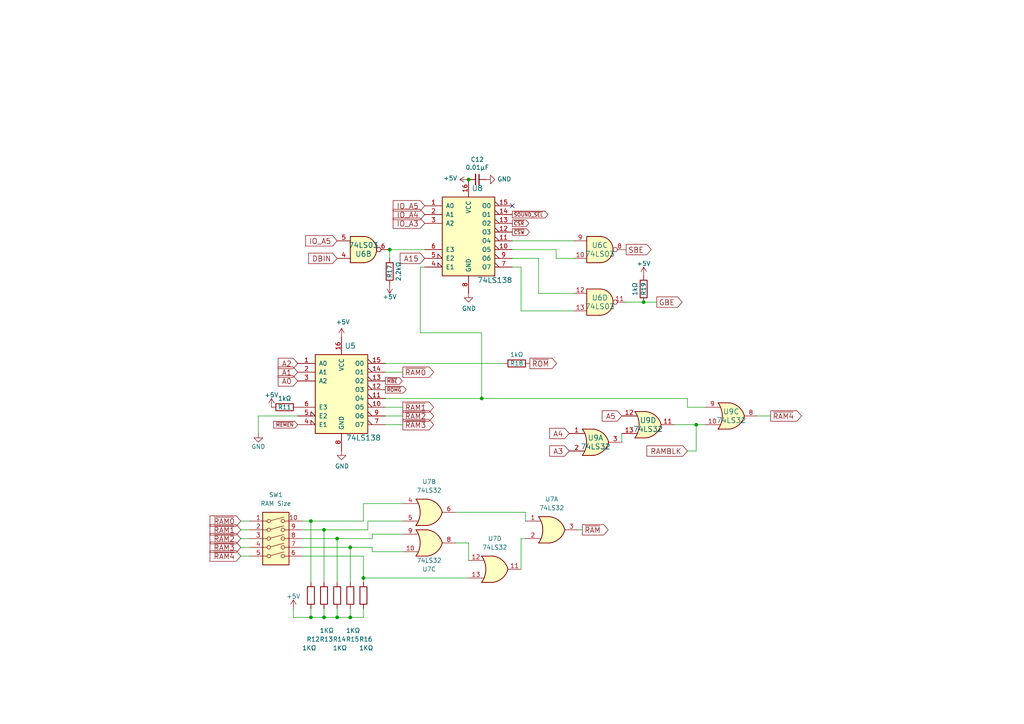
<source format=kicad_sch>
(kicad_sch (version 20211123) (generator eeschema)
  (paper "A4")
  (title_block (title "TI-99/22") (date "2022-06-23") (rev "0.75") (company "Dan Werner - https://github.com/danwerner21/ti99_22") (comment 1 "Address Decoding") (comment 3 "was based on the HackMac KiCAD Design") (comment 4 "Based Robert Krenicki's design which") (comment 5 "Original - https://github.com/rkrenicki/TI99-Motherboard"))
  (lib_symbols
    (symbol "74xx:74LS03" (pin_names (offset 1.016))
      (property "Reference" "U" (at 0 1.27 0))
      (property "Value" "74LS03" (at 0 -1.27 0))
      (symbol "74LS03_1_1"
        (arc (start 0 -3.81) (mid 3.81 0) (end 0 3.81) (stroke (width 0.254)) (fill (type background)))
        (polyline (pts (xy 0 3.81) (xy -3.81 3.81) (xy -3.81 -3.81) (xy 0 -3.81)) (stroke (width 0.254)) (fill (type background)))
        (pin input line (at -7.62 2.54 0) (length 3.81) (name "~") (number "1"))
        (pin input line (at -7.62 -2.54 0) (length 3.81) (name "~") (number "2"))
        (pin open_collector inverted (at 7.62 0 180) (length 3.81) (name "~") (number "3"))
      )
      (symbol "74LS03_1_2"
        (arc (start -3.81 -3.81) (mid -2.589 0) (end -3.81 3.81) (stroke (width 0.254)))
        (arc (start -0.6096 -3.81) (mid 2.1855 -2.584) (end 3.81 0) (stroke (width 0.254)) (fill (type background)))
        (polyline (pts (xy -3.81 -3.81) (xy -0.635 -3.81)) (stroke (width 0.254)) (fill (type background)))
        (polyline (pts (xy -3.81 3.81) (xy -0.635 3.81)) (stroke (width 0.254)) (fill (type background)))
        (polyline (pts (xy -0.635 3.81) (xy -3.81 3.81) (xy -3.81 3.81) (xy -3.556 3.4036) (xy -3.0226 2.2606) (xy -2.6924 1.0414) (xy -2.6162 -0.254) (xy -2.7686 -1.4986) (xy -3.175 -2.7178) (xy -3.81 -3.81) (xy -3.81 -3.81) (xy -0.635 -3.81)) (stroke (width -25.4)) (fill (type background)))
        (arc (start 3.81 0) (mid 2.1928 2.5925) (end -0.6096 3.81) (stroke (width 0.254)) (fill (type background)))
        (pin input inverted (at -7.62 2.54 0) (length 4.318) (name "~") (number "1"))
        (pin input inverted (at -7.62 -2.54 0) (length 4.318) (name "~") (number "2"))
        (pin open_collector line (at 7.62 0 180) (length 3.81) (name "~") (number "3"))
      )
      (symbol "74LS03_2_1"
        (arc (start 0 -3.81) (mid 3.81 0) (end 0 3.81) (stroke (width 0.254)) (fill (type background)))
        (polyline (pts (xy 0 3.81) (xy -3.81 3.81) (xy -3.81 -3.81) (xy 0 -3.81)) (stroke (width 0.254)) (fill (type background)))
        (pin input line (at -7.62 2.54 0) (length 3.81) (name "~") (number "4"))
        (pin input line (at -7.62 -2.54 0) (length 3.81) (name "~") (number "5"))
        (pin open_collector inverted (at 7.62 0 180) (length 3.81) (name "~") (number "6"))
      )
      (symbol "74LS03_2_2"
        (arc (start -3.81 -3.81) (mid -2.589 0) (end -3.81 3.81) (stroke (width 0.254)))
        (arc (start -0.6096 -3.81) (mid 2.1855 -2.584) (end 3.81 0) (stroke (width 0.254)) (fill (type background)))
        (polyline (pts (xy -3.81 -3.81) (xy -0.635 -3.81)) (stroke (width 0.254)) (fill (type background)))
        (polyline (pts (xy -3.81 3.81) (xy -0.635 3.81)) (stroke (width 0.254)) (fill (type background)))
        (polyline (pts (xy -0.635 3.81) (xy -3.81 3.81) (xy -3.81 3.81) (xy -3.556 3.4036) (xy -3.0226 2.2606) (xy -2.6924 1.0414) (xy -2.6162 -0.254) (xy -2.7686 -1.4986) (xy -3.175 -2.7178) (xy -3.81 -3.81) (xy -3.81 -3.81) (xy -0.635 -3.81)) (stroke (width -25.4)) (fill (type background)))
        (arc (start 3.81 0) (mid 2.1928 2.5925) (end -0.6096 3.81) (stroke (width 0.254)) (fill (type background)))
        (pin input inverted (at -7.62 2.54 0) (length 4.318) (name "~") (number "4"))
        (pin input inverted (at -7.62 -2.54 0) (length 4.318) (name "~") (number "5"))
        (pin open_collector line (at 7.62 0 180) (length 3.81) (name "~") (number "6"))
      )
      (symbol "74LS03_3_1"
        (arc (start 0 -3.81) (mid 3.81 0) (end 0 3.81) (stroke (width 0.254)) (fill (type background)))
        (polyline (pts (xy 0 3.81) (xy -3.81 3.81) (xy -3.81 -3.81) (xy 0 -3.81)) (stroke (width 0.254)) (fill (type background)))
        (pin input line (at -7.62 -2.54 0) (length 3.81) (name "~") (number "10"))
        (pin open_collector inverted (at 7.62 0 180) (length 3.81) (name "~") (number "8"))
        (pin input line (at -7.62 2.54 0) (length 3.81) (name "~") (number "9"))
      )
      (symbol "74LS03_3_2"
        (arc (start -3.81 -3.81) (mid -2.589 0) (end -3.81 3.81) (stroke (width 0.254)))
        (arc (start -0.6096 -3.81) (mid 2.1855 -2.584) (end 3.81 0) (stroke (width 0.254)) (fill (type background)))
        (polyline (pts (xy -3.81 -3.81) (xy -0.635 -3.81)) (stroke (width 0.254)) (fill (type background)))
        (polyline (pts (xy -3.81 3.81) (xy -0.635 3.81)) (stroke (width 0.254)) (fill (type background)))
        (polyline (pts (xy -0.635 3.81) (xy -3.81 3.81) (xy -3.81 3.81) (xy -3.556 3.4036) (xy -3.0226 2.2606) (xy -2.6924 1.0414) (xy -2.6162 -0.254) (xy -2.7686 -1.4986) (xy -3.175 -2.7178) (xy -3.81 -3.81) (xy -3.81 -3.81) (xy -0.635 -3.81)) (stroke (width -25.4)) (fill (type background)))
        (arc (start 3.81 0) (mid 2.1928 2.5925) (end -0.6096 3.81) (stroke (width 0.254)) (fill (type background)))
        (pin input inverted (at -7.62 -2.54 0) (length 4.318) (name "~") (number "10"))
        (pin open_collector line (at 7.62 0 180) (length 3.81) (name "~") (number "8"))
        (pin input inverted (at -7.62 2.54 0) (length 4.318) (name "~") (number "9"))
      )
      (symbol "74LS03_4_1"
        (arc (start 0 -3.81) (mid 3.81 0) (end 0 3.81) (stroke (width 0.254)) (fill (type background)))
        (polyline (pts (xy 0 3.81) (xy -3.81 3.81) (xy -3.81 -3.81) (xy 0 -3.81)) (stroke (width 0.254)) (fill (type background)))
        (pin open_collector inverted (at 7.62 0 180) (length 3.81) (name "~") (number "11"))
        (pin input line (at -7.62 2.54 0) (length 3.81) (name "~") (number "12"))
        (pin input line (at -7.62 -2.54 0) (length 3.81) (name "~") (number "13"))
      )
      (symbol "74LS03_4_2"
        (arc (start -3.81 -3.81) (mid -2.589 0) (end -3.81 3.81) (stroke (width 0.254)))
        (arc (start -0.6096 -3.81) (mid 2.1855 -2.584) (end 3.81 0) (stroke (width 0.254)) (fill (type background)))
        (polyline (pts (xy -3.81 -3.81) (xy -0.635 -3.81)) (stroke (width 0.254)) (fill (type background)))
        (polyline (pts (xy -3.81 3.81) (xy -0.635 3.81)) (stroke (width 0.254)) (fill (type background)))
        (polyline (pts (xy -0.635 3.81) (xy -3.81 3.81) (xy -3.81 3.81) (xy -3.556 3.4036) (xy -3.0226 2.2606) (xy -2.6924 1.0414) (xy -2.6162 -0.254) (xy -2.7686 -1.4986) (xy -3.175 -2.7178) (xy -3.81 -3.81) (xy -3.81 -3.81) (xy -0.635 -3.81)) (stroke (width -25.4)) (fill (type background)))
        (arc (start 3.81 0) (mid 2.1928 2.5925) (end -0.6096 3.81) (stroke (width 0.254)) (fill (type background)))
        (pin open_collector line (at 7.62 0 180) (length 3.81) (name "~") (number "11"))
        (pin input inverted (at -7.62 2.54 0) (length 4.318) (name "~") (number "12"))
        (pin input inverted (at -7.62 -2.54 0) (length 4.318) (name "~") (number "13"))
      )
      (symbol "74LS03_5_0"
        (pin power_in line (at 0 12.7 270) (length 5.08) (name "VCC") (number "14"))
        (pin power_in line (at 0 -12.7 90) (length 5.08) (name "GND") (number "7"))
      )
      (symbol "74LS03_5_1"
        (rectangle (start -5.08 7.62) (end 5.08 -7.62) (stroke (width 0.254)) (fill (type background)))
      )
    )
    (symbol "74xx:74LS138" (pin_names (offset 1.016))
      (property "Reference" "U" (at -7.62 11.43 0))
      (property "Value" "74LS138" (at -7.62 -13.97 0))
      (symbol "74LS138_1_0"
        (pin input line (at -12.7 7.62 0) (length 5.08) (name "A0") (number "1"))
        (pin output output_low (at 12.7 -5.08 180) (length 5.08) (name "O5") (number "10"))
        (pin output output_low (at 12.7 -2.54 180) (length 5.08) (name "O4") (number "11"))
        (pin output output_low (at 12.7 0 180) (length 5.08) (name "O3") (number "12"))
        (pin output output_low (at 12.7 2.54 180) (length 5.08) (name "O2") (number "13"))
        (pin output output_low (at 12.7 5.08 180) (length 5.08) (name "O1") (number "14"))
        (pin output output_low (at 12.7 7.62 180) (length 5.08) (name "O0") (number "15"))
        (pin power_in line (at 0 15.24 270) (length 5.08) (name "VCC") (number "16"))
        (pin input line (at -12.7 5.08 0) (length 5.08) (name "A1") (number "2"))
        (pin input line (at -12.7 2.54 0) (length 5.08) (name "A2") (number "3"))
        (pin input input_low (at -12.7 -10.16 0) (length 5.08) (name "E1") (number "4"))
        (pin input input_low (at -12.7 -7.62 0) (length 5.08) (name "E2") (number "5"))
        (pin input line (at -12.7 -5.08 0) (length 5.08) (name "E3") (number "6"))
        (pin output output_low (at 12.7 -10.16 180) (length 5.08) (name "O7") (number "7"))
        (pin power_in line (at 0 -17.78 90) (length 5.08) (name "GND") (number "8"))
        (pin output output_low (at 12.7 -7.62 180) (length 5.08) (name "O6") (number "9"))
      )
      (symbol "74LS138_1_1"
        (rectangle (start -7.62 10.16) (end 7.62 -12.7) (stroke (width 0.254)) (fill (type background)))
      )
    )
    (symbol "74xx:74LS32" (pin_names (offset 1.016))
      (property "Reference" "U" (at 0 1.27 0))
      (property "Value" "74LS32" (at 0 -1.27 0))
      (symbol "74LS32_1_1"
        (arc (start -3.81 -3.81) (mid -2.589 0) (end -3.81 3.81) (stroke (width 0.254)))
        (arc (start -0.6096 -3.81) (mid 2.1855 -2.584) (end 3.81 0) (stroke (width 0.254)) (fill (type background)))
        (polyline (pts (xy -3.81 -3.81) (xy -0.635 -3.81)) (stroke (width 0.254)) (fill (type background)))
        (polyline (pts (xy -3.81 3.81) (xy -0.635 3.81)) (stroke (width 0.254)) (fill (type background)))
        (polyline (pts (xy -0.635 3.81) (xy -3.81 3.81) (xy -3.81 3.81) (xy -3.556 3.4036) (xy -3.0226 2.2606) (xy -2.6924 1.0414) (xy -2.6162 -0.254) (xy -2.7686 -1.4986) (xy -3.175 -2.7178) (xy -3.81 -3.81) (xy -3.81 -3.81) (xy -0.635 -3.81)) (stroke (width -25.4)) (fill (type background)))
        (arc (start 3.81 0) (mid 2.1928 2.5925) (end -0.6096 3.81) (stroke (width 0.254)) (fill (type background)))
        (pin input line (at -7.62 2.54 0) (length 4.318) (name "~") (number "1"))
        (pin input line (at -7.62 -2.54 0) (length 4.318) (name "~") (number "2"))
        (pin output line (at 7.62 0 180) (length 3.81) (name "~") (number "3"))
      )
      (symbol "74LS32_1_2"
        (arc (start 0 -3.81) (mid 3.81 0) (end 0 3.81) (stroke (width 0.254)) (fill (type background)))
        (polyline (pts (xy 0 3.81) (xy -3.81 3.81) (xy -3.81 -3.81) (xy 0 -3.81)) (stroke (width 0.254)) (fill (type background)))
        (pin input inverted (at -7.62 2.54 0) (length 3.81) (name "~") (number "1"))
        (pin input inverted (at -7.62 -2.54 0) (length 3.81) (name "~") (number "2"))
        (pin output inverted (at 7.62 0 180) (length 3.81) (name "~") (number "3"))
      )
      (symbol "74LS32_2_1"
        (arc (start -3.81 -3.81) (mid -2.589 0) (end -3.81 3.81) (stroke (width 0.254)))
        (arc (start -0.6096 -3.81) (mid 2.1855 -2.584) (end 3.81 0) (stroke (width 0.254)) (fill (type background)))
        (polyline (pts (xy -3.81 -3.81) (xy -0.635 -3.81)) (stroke (width 0.254)) (fill (type background)))
        (polyline (pts (xy -3.81 3.81) (xy -0.635 3.81)) (stroke (width 0.254)) (fill (type background)))
        (polyline (pts (xy -0.635 3.81) (xy -3.81 3.81) (xy -3.81 3.81) (xy -3.556 3.4036) (xy -3.0226 2.2606) (xy -2.6924 1.0414) (xy -2.6162 -0.254) (xy -2.7686 -1.4986) (xy -3.175 -2.7178) (xy -3.81 -3.81) (xy -3.81 -3.81) (xy -0.635 -3.81)) (stroke (width -25.4)) (fill (type background)))
        (arc (start 3.81 0) (mid 2.1928 2.5925) (end -0.6096 3.81) (stroke (width 0.254)) (fill (type background)))
        (pin input line (at -7.62 2.54 0) (length 4.318) (name "~") (number "4"))
        (pin input line (at -7.62 -2.54 0) (length 4.318) (name "~") (number "5"))
        (pin output line (at 7.62 0 180) (length 3.81) (name "~") (number "6"))
      )
      (symbol "74LS32_2_2"
        (arc (start 0 -3.81) (mid 3.81 0) (end 0 3.81) (stroke (width 0.254)) (fill (type background)))
        (polyline (pts (xy 0 3.81) (xy -3.81 3.81) (xy -3.81 -3.81) (xy 0 -3.81)) (stroke (width 0.254)) (fill (type background)))
        (pin input inverted (at -7.62 2.54 0) (length 3.81) (name "~") (number "4"))
        (pin input inverted (at -7.62 -2.54 0) (length 3.81) (name "~") (number "5"))
        (pin output inverted (at 7.62 0 180) (length 3.81) (name "~") (number "6"))
      )
      (symbol "74LS32_3_1"
        (arc (start -3.81 -3.81) (mid -2.589 0) (end -3.81 3.81) (stroke (width 0.254)))
        (arc (start -0.6096 -3.81) (mid 2.1855 -2.584) (end 3.81 0) (stroke (width 0.254)) (fill (type background)))
        (polyline (pts (xy -3.81 -3.81) (xy -0.635 -3.81)) (stroke (width 0.254)) (fill (type background)))
        (polyline (pts (xy -3.81 3.81) (xy -0.635 3.81)) (stroke (width 0.254)) (fill (type background)))
        (polyline (pts (xy -0.635 3.81) (xy -3.81 3.81) (xy -3.81 3.81) (xy -3.556 3.4036) (xy -3.0226 2.2606) (xy -2.6924 1.0414) (xy -2.6162 -0.254) (xy -2.7686 -1.4986) (xy -3.175 -2.7178) (xy -3.81 -3.81) (xy -3.81 -3.81) (xy -0.635 -3.81)) (stroke (width -25.4)) (fill (type background)))
        (arc (start 3.81 0) (mid 2.1928 2.5925) (end -0.6096 3.81) (stroke (width 0.254)) (fill (type background)))
        (pin input line (at -7.62 -2.54 0) (length 4.318) (name "~") (number "10"))
        (pin output line (at 7.62 0 180) (length 3.81) (name "~") (number "8"))
        (pin input line (at -7.62 2.54 0) (length 4.318) (name "~") (number "9"))
      )
      (symbol "74LS32_3_2"
        (arc (start 0 -3.81) (mid 3.81 0) (end 0 3.81) (stroke (width 0.254)) (fill (type background)))
        (polyline (pts (xy 0 3.81) (xy -3.81 3.81) (xy -3.81 -3.81) (xy 0 -3.81)) (stroke (width 0.254)) (fill (type background)))
        (pin input inverted (at -7.62 -2.54 0) (length 3.81) (name "~") (number "10"))
        (pin output inverted (at 7.62 0 180) (length 3.81) (name "~") (number "8"))
        (pin input inverted (at -7.62 2.54 0) (length 3.81) (name "~") (number "9"))
      )
      (symbol "74LS32_4_1"
        (arc (start -3.81 -3.81) (mid -2.589 0) (end -3.81 3.81) (stroke (width 0.254)))
        (arc (start -0.6096 -3.81) (mid 2.1855 -2.584) (end 3.81 0) (stroke (width 0.254)) (fill (type background)))
        (polyline (pts (xy -3.81 -3.81) (xy -0.635 -3.81)) (stroke (width 0.254)) (fill (type background)))
        (polyline (pts (xy -3.81 3.81) (xy -0.635 3.81)) (stroke (width 0.254)) (fill (type background)))
        (polyline (pts (xy -0.635 3.81) (xy -3.81 3.81) (xy -3.81 3.81) (xy -3.556 3.4036) (xy -3.0226 2.2606) (xy -2.6924 1.0414) (xy -2.6162 -0.254) (xy -2.7686 -1.4986) (xy -3.175 -2.7178) (xy -3.81 -3.81) (xy -3.81 -3.81) (xy -0.635 -3.81)) (stroke (width -25.4)) (fill (type background)))
        (arc (start 3.81 0) (mid 2.1928 2.5925) (end -0.6096 3.81) (stroke (width 0.254)) (fill (type background)))
        (pin output line (at 7.62 0 180) (length 3.81) (name "~") (number "11"))
        (pin input line (at -7.62 2.54 0) (length 4.318) (name "~") (number "12"))
        (pin input line (at -7.62 -2.54 0) (length 4.318) (name "~") (number "13"))
      )
      (symbol "74LS32_4_2"
        (arc (start 0 -3.81) (mid 3.81 0) (end 0 3.81) (stroke (width 0.254)) (fill (type background)))
        (polyline (pts (xy 0 3.81) (xy -3.81 3.81) (xy -3.81 -3.81) (xy 0 -3.81)) (stroke (width 0.254)) (fill (type background)))
        (pin output inverted (at 7.62 0 180) (length 3.81) (name "~") (number "11"))
        (pin input inverted (at -7.62 2.54 0) (length 3.81) (name "~") (number "12"))
        (pin input inverted (at -7.62 -2.54 0) (length 3.81) (name "~") (number "13"))
      )
      (symbol "74LS32_5_0"
        (pin power_in line (at 0 12.7 270) (length 5.08) (name "VCC") (number "14"))
        (pin power_in line (at 0 -12.7 90) (length 5.08) (name "GND") (number "7"))
      )
      (symbol "74LS32_5_1"
        (rectangle (start -5.08 7.62) (end 5.08 -7.62) (stroke (width 0.254)) (fill (type background)))
      )
    )
    (symbol "Console-rescue:+5V" (power) (pin_names (offset 0))
      (property "Value" "+5V" (at 0 3.556 0))
      (symbol "+5V_0_1"
        (polyline (pts (xy -0.762 1.27) (xy 0 2.54)))
        (polyline (pts (xy 0 0) (xy 0 2.54)))
        (polyline (pts (xy 0 2.54) (xy 0.762 1.27)))
      )
      (symbol "+5V_1_1"
        (pin power_in line (at 0 0 90) (length 0) hide (name "+5V") (number "1"))
      )
    )
    (symbol "Console-rescue:GND" (power) (pin_names (offset 0))
      (property "Value" "GND" (at 0 -3.81 0))
      (symbol "GND_0_1"
        (polyline (pts (xy 0 0) (xy 0 -1.27) (xy 1.27 -1.27) (xy 0 -2.54) (xy -1.27 -1.27) (xy 0 -1.27)))
      )
      (symbol "GND_1_1"
        (pin power_in line (at 0 0 270) (length 0) hide (name "GND") (number "1"))
      )
    )
    (symbol "Console-rescue:R" (pin_numbers hide) (pin_names (offset 0))
      (property "Reference" "R" (at 2.032 0 90))
      (property "Value" "R" (at 0 0 90))
      (symbol "R_0_1"
        (rectangle (start -1.016 -2.54) (end 1.016 2.54) (stroke (width 0.254)))
      )
      (symbol "R_1_1"
        (pin passive line (at 0 3.81 270) (length 1.27) (name "~") (number "1"))
        (pin passive line (at 0 -3.81 90) (length 1.27) (name "~") (number "2"))
      )
    )
    (symbol "Device:C_Small" (pin_numbers hide) (pin_names (offset 0.254) hide)
      (property "Reference" "C" (at 0.254 1.778 0))
      (property "Value" "C_Small" (at 0.254 -2.032 0))
      (symbol "C_Small_0_1"
        (polyline (pts (xy -1.524 -0.508) (xy 1.524 -0.508)) (stroke (width 0.3302)))
        (polyline (pts (xy -1.524 0.508) (xy 1.524 0.508)) (stroke (width 0.3048)))
      )
      (symbol "C_Small_1_1"
        (pin passive line (at 0 2.54 270) (length 2.032) (name "~") (number "1"))
        (pin passive line (at 0 -2.54 90) (length 2.032) (name "~") (number "2"))
      )
    )
    (symbol "Device:R" (pin_numbers hide) (pin_names (offset 0))
      (property "Reference" "R" (at 2.032 0 90))
      (property "Value" "R" (at 0 0 90))
      (symbol "R_0_1"
        (rectangle (start -1.016 -2.54) (end 1.016 2.54) (stroke (width 0.254)))
      )
      (symbol "R_1_1"
        (pin passive line (at 0 3.81 270) (length 1.27) (name "~") (number "1"))
        (pin passive line (at 0 -3.81 90) (length 1.27) (name "~") (number "2"))
      )
    )
    (symbol "Switch:SW_DIP_x05" (pin_names (offset 0) hide)
      (property "Reference" "SW" (at 0 8.89 0))
      (property "Value" "SW_DIP_x05" (at 0 -8.89 0))
      (symbol "SW_DIP_x05_0_0"
        (circle (center -2.032 -5.08) (radius 0.508))
        (circle (center -2.032 -2.54) (radius 0.508))
        (circle (center -2.032 0) (radius 0.508))
        (circle (center -2.032 2.54) (radius 0.508))
        (circle (center -2.032 5.08) (radius 0.508))
        (polyline (pts (xy -1.524 -4.9276) (xy 2.3622 -3.8862)))
        (polyline (pts (xy -1.524 -2.3876) (xy 2.3622 -1.3462)))
        (polyline (pts (xy -1.524 0.127) (xy 2.3622 1.1684)))
        (polyline (pts (xy -1.524 2.667) (xy 2.3622 3.7084)))
        (polyline (pts (xy -1.524 5.207) (xy 2.3622 6.2484)))
        (circle (center 2.032 -5.08) (radius 0.508))
        (circle (center 2.032 -2.54) (radius 0.508))
        (circle (center 2.032 0) (radius 0.508))
        (circle (center 2.032 2.54) (radius 0.508))
        (circle (center 2.032 5.08) (radius 0.508))
      )
      (symbol "SW_DIP_x05_0_1"
        (rectangle (start -3.81 7.62) (end 3.81 -7.62) (stroke (width 0.254)) (fill (type background)))
      )
      (symbol "SW_DIP_x05_1_1"
        (pin passive line (at -7.62 5.08 0) (length 5.08) (name "~") (number "1"))
        (pin passive line (at 7.62 5.08 180) (length 5.08) (name "~") (number "10"))
        (pin passive line (at -7.62 2.54 0) (length 5.08) (name "~") (number "2"))
        (pin passive line (at -7.62 0 0) (length 5.08) (name "~") (number "3"))
        (pin passive line (at -7.62 -2.54 0) (length 5.08) (name "~") (number "4"))
        (pin passive line (at -7.62 -5.08 0) (length 5.08) (name "~") (number "5"))
        (pin passive line (at 7.62 -5.08 180) (length 5.08) (name "~") (number "6"))
        (pin passive line (at 7.62 -2.54 180) (length 5.08) (name "~") (number "7"))
        (pin passive line (at 7.62 0 180) (length 5.08) (name "~") (number "8"))
        (pin passive line (at 7.62 2.54 180) (length 5.08) (name "~") (number "9"))
      )
    )
  )
  (junction (at 105.41 167.64))
  (junction (at 90.17 151.13))
  (junction (at 93.98 153.67))
  (junction (at 135.89 52.07))
  (junction (at 97.79 179.07))
  (junction (at 113.03 72.39))
  (junction (at 139.7 115.57))
  (junction (at 97.79 156.21))
  (junction (at 201.93 123.19))
  (junction (at 186.69 87.63))
  (junction (at 101.6 179.07))
  (junction (at 101.6 158.75))
  (junction (at 93.98 179.07))
  (junction (at 90.17 179.07))
  (no_connect (at 148.59 59.69))
  (wire (pts (xy 201.93 123.19) (xy 201.93 130.81)))
  (wire (pts (xy 101.6 158.75) (xy 101.6 168.91)))
  (wire (pts (xy 90.17 179.07) (xy 93.98 179.07)))
  (wire (pts (xy 87.63 156.21) (xy 97.79 156.21)))
  (wire (pts (xy 105.41 146.05) (xy 116.84 146.05)))
  (wire (pts (xy 93.98 179.07) (xy 93.98 176.53)))
  (wire (pts (xy 90.17 179.07) (xy 90.17 176.53)))
  (wire (pts (xy 156.21 74.93) (xy 156.21 85.09)))
  (wire (pts (xy 123.19 77.47) (xy 121.92 77.47)))
  (wire (pts (xy 151.13 156.21) (xy 152.4 156.21)))
  (wire (pts (xy 166.37 69.85) (xy 148.59 69.85)))
  (wire (pts (xy 161.29 72.39) (xy 161.29 74.93)))
  (wire (pts (xy 152.4 148.59) (xy 152.4 151.13)))
  (wire (pts (xy 199.39 118.11) (xy 204.47 118.11)))
  (wire (pts (xy 167.64 153.67) (xy 168.91 153.67)))
  (wire (pts (xy 186.69 87.63) (xy 190.5 87.63)))
  (wire (pts (xy 107.95 154.94) (xy 116.84 154.94)))
  (wire (pts (xy 139.7 115.57) (xy 199.39 115.57)))
  (wire (pts (xy 97.79 179.07) (xy 101.6 179.07)))
  (wire (pts (xy 195.58 123.19) (xy 201.93 123.19)))
  (wire (pts (xy 201.93 123.19) (xy 204.47 123.19)))
  (wire (pts (xy 101.6 158.75) (xy 107.95 158.75)))
  (wire (pts (xy 107.95 160.02) (xy 116.84 160.02)))
  (wire (pts (xy 199.39 115.57) (xy 199.39 118.11)))
  (wire (pts (xy 111.76 107.95) (xy 116.84 107.95)))
  (wire (pts (xy 97.79 156.21) (xy 107.95 156.21)))
  (wire (pts (xy 69.85 156.21) (xy 72.39 156.21)))
  (wire (pts (xy 101.6 179.07) (xy 101.6 176.53)))
  (wire (pts (xy 85.09 176.53) (xy 85.09 179.07)))
  (wire (pts (xy 151.13 77.47) (xy 151.13 90.17)))
  (wire (pts (xy 97.79 156.21) (xy 97.79 168.91)))
  (wire (pts (xy 90.17 151.13) (xy 90.17 168.91)))
  (wire (pts (xy 105.41 167.64) (xy 105.41 168.91)))
  (wire (pts (xy 113.03 72.39) (xy 123.19 72.39)))
  (wire (pts (xy 146.05 105.41) (xy 111.76 105.41)))
  (wire (pts (xy 87.63 161.29) (xy 105.41 161.29)))
  (wire (pts (xy 139.7 115.57) (xy 139.7 96.52)))
  (wire (pts (xy 113.03 74.93) (xy 113.03 72.39)))
  (wire (pts (xy 148.59 77.47) (xy 151.13 77.47)))
  (wire (pts (xy 97.79 179.07) (xy 97.79 176.53)))
  (wire (pts (xy 148.59 72.39) (xy 161.29 72.39)))
  (wire (pts (xy 121.92 77.47) (xy 121.92 96.52)))
  (wire (pts (xy 132.08 148.59) (xy 152.4 148.59)))
  (wire (pts (xy 105.41 167.64) (xy 135.89 167.64)))
  (wire (pts (xy 151.13 90.17) (xy 166.37 90.17)))
  (wire (pts (xy 74.93 120.65) (xy 86.36 120.65)))
  (wire (pts (xy 101.6 179.07) (xy 105.41 179.07)))
  (wire (pts (xy 87.63 153.67) (xy 93.98 153.67)))
  (wire (pts (xy 106.68 151.13) (xy 116.84 151.13)))
  (wire (pts (xy 93.98 153.67) (xy 106.68 153.67)))
  (wire (pts (xy 111.76 123.19) (xy 116.84 123.19)))
  (wire (pts (xy 181.61 87.63) (xy 186.69 87.63)))
  (wire (pts (xy 201.93 130.81) (xy 199.39 130.81)))
  (wire (pts (xy 87.63 151.13) (xy 90.17 151.13)))
  (wire (pts (xy 111.76 115.57) (xy 139.7 115.57)))
  (wire (pts (xy 69.85 158.75) (xy 72.39 158.75)))
  (wire (pts (xy 87.63 158.75) (xy 101.6 158.75)))
  (wire (pts (xy 105.41 151.13) (xy 105.41 146.05)))
  (wire (pts (xy 107.95 158.75) (xy 107.95 160.02)))
  (wire (pts (xy 111.76 120.65) (xy 116.84 120.65)))
  (wire (pts (xy 151.13 165.1) (xy 151.13 156.21)))
  (wire (pts (xy 135.89 157.48) (xy 135.89 162.56)))
  (wire (pts (xy 106.68 153.67) (xy 106.68 151.13)))
  (wire (pts (xy 69.85 161.29) (xy 72.39 161.29)))
  (wire (pts (xy 161.29 74.93) (xy 166.37 74.93)))
  (wire (pts (xy 74.93 125.73) (xy 74.93 120.65)))
  (wire (pts (xy 85.09 179.07) (xy 90.17 179.07)))
  (wire (pts (xy 156.21 85.09) (xy 166.37 85.09)))
  (wire (pts (xy 107.95 156.21) (xy 107.95 154.94)))
  (wire (pts (xy 105.41 179.07) (xy 105.41 176.53)))
  (wire (pts (xy 121.92 96.52) (xy 139.7 96.52)))
  (wire (pts (xy 93.98 153.67) (xy 93.98 168.91)))
  (wire (pts (xy 69.85 153.67) (xy 72.39 153.67)))
  (wire (pts (xy 111.76 118.11) (xy 116.84 118.11)))
  (wire (pts (xy 132.08 157.48) (xy 135.89 157.48)))
  (wire (pts (xy 148.59 74.93) (xy 156.21 74.93)))
  (wire (pts (xy 93.98 179.07) (xy 97.79 179.07)))
  (wire (pts (xy 69.85 151.13) (xy 72.39 151.13)))
  (wire (pts (xy 180.34 125.73) (xy 180.34 128.27)))
  (wire (pts (xy 105.41 161.29) (xy 105.41 167.64)))
  (wire (pts (xy 90.17 151.13) (xy 105.41 151.13)))
  (wire (pts (xy 219.71 120.65) (xy 223.52 120.65)))
  (global_label "~{MBE}" (shape output) (at 111.76 110.49 0) (effects (font (size 0.9906 0.9906))) (property "Intersheet References" "${INTERSHEET_REFS}" (effects hide)))
  (global_label "A5" (shape input) (at 180.34 120.65 180) (effects (font (size 1.524 1.524))) (property "Intersheet References" "${INTERSHEET_REFS}" (effects hide)))
  (global_label "SBE" (shape output) (at 181.61 72.39 0) (effects (font (size 1.524 1.524))) (property "Intersheet References" "${INTERSHEET_REFS}" (effects hide)))
  (global_label "IO_A4" (shape input) (at 123.19 62.23 180) (effects (font (size 1.524 1.524))) (property "Intersheet References" "${INTERSHEET_REFS}" (effects hide)))
  (global_label "IO_A5" (shape input) (at 123.19 59.69 180) (effects (font (size 1.524 1.524))) (property "Intersheet References" "${INTERSHEET_REFS}" (effects hide)))
  (global_label "A15" (shape input) (at 123.19 74.93 180) (effects (font (size 1.524 1.524))) (property "Intersheet References" "${INTERSHEET_REFS}" (effects hide)))
  (global_label "A2" (shape input) (at 86.36 105.41 180) (effects (font (size 1.524 1.524))) (property "Intersheet References" "${INTERSHEET_REFS}" (effects hide)))
  (global_label "IO_A5" (shape input) (at 97.79 69.85 180) (effects (font (size 1.524 1.524))) (property "Intersheet References" "${INTERSHEET_REFS}" (effects hide)))
  (global_label "~{CSR}" (shape output) (at 148.59 64.77 0) (effects (font (size 0.9906 0.9906))) (property "Intersheet References" "${INTERSHEET_REFS}" (effects hide)))
  (global_label "IO_A3" (shape input) (at 123.19 64.77 180) (effects (font (size 1.524 1.524))) (property "Intersheet References" "${INTERSHEET_REFS}" (effects hide)))
  (global_label "A3" (shape input) (at 165.1 130.81 180) (effects (font (size 1.524 1.524))) (property "Intersheet References" "${INTERSHEET_REFS}" (effects hide)))
  (global_label "~{ROM}" (shape output) (at 153.67 105.41 0) (effects (font (size 1.524 1.524))) (property "Intersheet References" "${INTERSHEET_REFS}" (effects hide)))
  (global_label "~{RAM3}" (shape output) (at 116.84 123.19 0) (effects (font (size 1.524 1.524))) (property "Intersheet References" "${INTERSHEET_REFS}" (effects hide)))
  (global_label "A4" (shape input) (at 165.1 125.73 180) (effects (font (size 1.524 1.524))) (property "Intersheet References" "${INTERSHEET_REFS}" (effects hide)))
  (global_label "DBIN" (shape input) (at 97.79 74.93 180) (effects (font (size 1.524 1.524))) (property "Intersheet References" "${INTERSHEET_REFS}" (effects hide)))
  (global_label "~{ROMG}" (shape output) (at 111.76 113.03 0) (effects (font (size 0.9906 0.9906))) (property "Intersheet References" "${INTERSHEET_REFS}" (effects hide)))
  (global_label "RAMBLK" (shape input) (at 199.39 130.81 180) (effects (font (size 1.524 1.524))) (property "Intersheet References" "${INTERSHEET_REFS}" (effects hide)))
  (global_label "~{RAM1}" (shape output) (at 116.84 118.11 0) (effects (font (size 1.524 1.524))) (property "Intersheet References" "${INTERSHEET_REFS}" (effects hide)))
  (global_label "~{CSW}" (shape output) (at 148.59 67.31 0) (effects (font (size 0.9906 0.9906))) (property "Intersheet References" "${INTERSHEET_REFS}" (effects hide)))
  (global_label "~{MEMEN}" (shape input) (at 86.36 123.19 180) (effects (font (size 0.9906 0.9906))) (property "Intersheet References" "${INTERSHEET_REFS}" (effects hide)))
  (global_label "~{RAM}" (shape output) (at 168.91 153.67 0) (effects (font (size 1.524 1.524))) (property "Intersheet References" "${INTERSHEET_REFS}" (effects hide)))
  (global_label "~{RAM1}" (shape input) (at 69.85 153.67 180) (effects (font (size 1.524 1.524))) (property "Intersheet References" "${INTERSHEET_REFS}" (effects hide)))
  (global_label "~{RAM2}" (shape output) (at 116.84 120.65 0) (effects (font (size 1.524 1.524))) (property "Intersheet References" "${INTERSHEET_REFS}" (effects hide)))
  (global_label "A1" (shape input) (at 86.36 107.95 180) (effects (font (size 1.524 1.524))) (property "Intersheet References" "${INTERSHEET_REFS}" (effects hide)))
  (global_label "~{RAM4}" (shape output) (at 223.52 120.65 0) (effects (font (size 1.524 1.524))) (property "Intersheet References" "${INTERSHEET_REFS}" (effects hide)))
  (global_label "~{RAM0}" (shape output) (at 116.84 107.95 0) (effects (font (size 1.524 1.524))) (property "Intersheet References" "${INTERSHEET_REFS}" (effects hide)))
  (global_label "~{RAM2}" (shape input) (at 69.85 156.21 180) (effects (font (size 1.524 1.524))) (property "Intersheet References" "${INTERSHEET_REFS}" (effects hide)))
  (global_label "~{RAM3}" (shape input) (at 69.85 158.75 180) (effects (font (size 1.524 1.524))) (property "Intersheet References" "${INTERSHEET_REFS}" (effects hide)))
  (global_label "~{SOUND_SEL}" (shape output) (at 148.59 62.23 0) (effects (font (size 0.9906 0.9906))) (property "Intersheet References" "${INTERSHEET_REFS}" (effects hide)))
  (global_label "~{RAM0}" (shape input) (at 69.85 151.13 180) (effects (font (size 1.524 1.524))) (property "Intersheet References" "${INTERSHEET_REFS}" (effects hide)))
  (global_label "~{RAM4}" (shape input) (at 69.85 161.29 180) (effects (font (size 1.524 1.524))) (property "Intersheet References" "${INTERSHEET_REFS}" (effects hide)))
  (global_label "GBE" (shape output) (at 190.5 87.63 0) (effects (font (size 1.524 1.524))) (property "Intersheet References" "${INTERSHEET_REFS}" (effects hide)))
  (global_label "A0" (shape input) (at 86.36 110.49 180) (effects (font (size 1.524 1.524))) (property "Intersheet References" "${INTERSHEET_REFS}" (effects hide)))
  (symbol (lib_id "74xx:74LS138") (at 135.89 67.31 0) (unit 1)
    (property "Reference" "U8" (at 138.43 54.61 0) (effects (font (size 1.524 1.524))))
    (property "Value" "74LS138" (at 143.51 81.28 0) (effects (font (size 1.524 1.524))))
    (property "Footprint" "Package_DIP:DIP-16_W7.62mm_Socket_LongPads" (effects hide))
  )
  (symbol (lib_id "74xx:74LS03") (at 105.41 72.39 0) (mirror x) (unit 2)
    (property "Reference" "U6" (at 105.41 73.66 0) (effects (font (size 1.524 1.524))))
    (property "Value" "74LS03" (at 105.41 71.12 0) (effects (font (size 1.524 1.524))))
    (property "Footprint" "Package_DIP:DIP-14_W7.62mm_Socket_LongPads" (effects hide))
  )
  (symbol (lib_id "74xx:74LS138") (at 99.06 113.03 0) (unit 1)
    (property "Reference" "U5" (at 101.6 100.33 0) (effects (font (size 1.524 1.524))))
    (property "Value" "74LS138" (at 105.41 127 0) (effects (font (size 1.524 1.524))))
    (property "Footprint" "Package_DIP:DIP-16_W7.62mm_Socket_LongPads" (effects hide))
  )
  (symbol (lib_id "74xx:74LS03") (at 173.99 72.39 0) (unit 3)
    (property "Reference" "U6" (at 173.99 71.12 0) (effects (font (size 1.524 1.524))))
    (property "Value" "74LS03" (at 173.99 73.66 0) (effects (font (size 1.524 1.524))))
    (property "Footprint" "Package_DIP:DIP-14_W7.62mm_Socket_LongPads" (effects hide))
  )
  (symbol (lib_id "74xx:74LS03") (at 173.99 87.63 0) (unit 4)
    (property "Reference" "U6" (at 173.99 86.36 0) (effects (font (size 1.524 1.524))))
    (property "Value" "74LS03" (at 173.99 88.9 0) (effects (font (size 1.524 1.524))))
    (property "Footprint" "Package_DIP:DIP-14_W7.62mm_Socket_LongPads" (effects hide))
  )
  (symbol (lib_id "Console-rescue:R") (at 186.69 83.82 0) (unit 1)
    (property "Reference" "R19" (at 186.69 83.82 90))
    (property "Value" "1kΩ" (at 184.15 83.82 90))
    (property "Footprint" "Resistor_THT:R_Axial_DIN0207_L6.3mm_D2.5mm_P7.62mm_Horizontal" (effects hide))
  )
  (symbol (lib_id "Console-rescue:+5V") (at 186.69 80.01 0) (unit 1)
    (property "Reference" "#PWR029" (effects hide))
    (property "Value" "+5V" (at 186.69 76.454 0))
  )
  (symbol (lib_id "Console-rescue:R") (at 82.55 118.11 270) (unit 1)
    (property "Reference" "R11" (at 82.55 118.11 90))
    (property "Value" "1kΩ" (at 82.55 115.57 90))
    (property "Footprint" "Resistor_THT:R_Axial_DIN0207_L6.3mm_D2.5mm_P7.62mm_Horizontal" (effects hide))
  )
  (symbol (lib_id "Console-rescue:+5V") (at 78.74 118.11 0) (unit 1)
    (property "Reference" "#PWR021" (effects hide))
    (property "Value" "+5V" (at 78.74 114.554 0))
  )
  (symbol (lib_id "Console-rescue:GND") (at 74.93 125.73 0) (unit 1)
    (property "Reference" "#PWR020" (effects hide))
    (property "Value" "GND" (at 74.93 129.54 0))
  )
  (symbol (lib_id "Console-rescue:R") (at 149.86 105.41 270) (unit 1)
    (property "Reference" "R18" (at 149.86 105.41 90))
    (property "Value" "1kΩ" (at 149.86 102.87 90))
    (property "Footprint" "Resistor_THT:R_Axial_DIN0207_L6.3mm_D2.5mm_P7.62mm_Horizontal" (effects hide))
  )
  (symbol (lib_id "74xx:74LS32") (at 212.09 120.65 0) (unit 3)
    (property "Reference" "U9" (at 212.09 119.38 0) (effects (font (size 1.524 1.524))))
    (property "Value" "74LS32" (at 212.09 121.92 0) (effects (font (size 1.524 1.524))))
    (property "Footprint" "Package_DIP:DIP-14_W7.62mm_Socket_LongPads" (effects hide))
  )
  (symbol (lib_id "74xx:74LS32") (at 187.96 123.19 0) (unit 4)
    (property "Reference" "U9" (at 187.96 121.92 0) (effects (font (size 1.524 1.524))))
    (property "Value" "74LS32" (at 187.96 124.46 0) (effects (font (size 1.524 1.524))))
    (property "Footprint" "Package_DIP:DIP-14_W7.62mm_Socket_LongPads" (effects hide))
  )
  (symbol (lib_id "74xx:74LS32") (at 172.72 128.27 0) (unit 1)
    (property "Reference" "U9" (at 172.72 127 0) (effects (font (size 1.524 1.524))))
    (property "Value" "74LS32" (at 172.72 129.54 0) (effects (font (size 1.524 1.524))))
    (property "Footprint" "Package_DIP:DIP-14_W7.62mm_Socket_LongPads" (effects hide))
  )
  (symbol (lib_id "Console-rescue:R") (at 113.03 78.74 180) (unit 1)
    (property "Reference" "R17" (at 113.03 78.74 90))
    (property "Value" "2.2kΩ" (at 115.57 78.74 90))
    (property "Footprint" "Resistor_THT:R_Axial_DIN0207_L6.3mm_D2.5mm_P7.62mm_Horizontal" (effects hide))
  )
  (symbol (lib_id "Console-rescue:+5V") (at 113.03 82.55 180) (unit 1)
    (property "Reference" "#PWR025" (effects hide))
    (property "Value" "+5V" (at 113.03 86.106 0))
  )
  (symbol (lib_id "Device:C_Small") (at 138.43 52.07 270) (unit 1)
    (property "Reference" "C12" (at 138.43 46.2534 90))
    (property "Value" "0.01µF" (at 138.43 48.5648 90))
    (property "Footprint" "Capacitor_THT:C_Rect_L7.0mm_W2.0mm_P5.00mm" (effects hide))
  )
  (symbol (lib_id "Console-rescue:+5V") (at 135.89 52.07 90) (unit 1)
    (property "Reference" "#PWR026" (effects hide))
    (property "Value" "+5V" (at 132.6388 51.689 90) (effects (justify left)))
  )
  (symbol (lib_id "Console-rescue:GND") (at 140.97 52.07 90) (unit 1)
    (property "Reference" "#PWR028" (effects hide))
    (property "Value" "GND" (at 144.2212 51.943 90) (effects (justify right)))
  )
  (symbol (lib_id "Console-rescue:GND") (at 135.89 85.09 0) (unit 1)
    (property "Reference" "#PWR027" (effects hide))
    (property "Value" "GND" (at 136.017 89.4842 0))
  )
  (symbol (lib_id "Console-rescue:GND") (at 99.06 130.81 0) (unit 1)
    (property "Reference" "#PWR024" (effects hide))
    (property "Value" "GND" (at 99.187 135.2042 0))
  )
  (symbol (lib_id "Console-rescue:+5V") (at 99.06 97.79 0) (unit 1)
    (property "Reference" "#PWR023" (effects hide))
    (property "Value" "+5V" (at 99.441 93.3958 0))
  )
  (symbol (lib_id "Device:R") (at 97.79 172.72 0) (unit 1)
    (property "Reference" "R14" (at 96.52 185.42 0) (effects (justify left)))
    (property "Value" "1KΩ" (at 96.52 187.96 0) (effects (justify left)))
    (property "Footprint" "Resistor_THT:R_Axial_DIN0207_L6.3mm_D2.5mm_P7.62mm_Horizontal" (effects hide))
  )
  (symbol (lib_id "Console-rescue:+5V") (at 85.09 176.53 0) (unit 1)
    (property "Reference" "#PWR022" (effects hide))
    (property "Value" "+5V" (at 85.09 172.974 0))
  )
  (symbol (lib_id "74xx:74LS32") (at 160.02 153.67 0) (unit 1)
    (property "Reference" "U7" (at 160.02 144.78 0))
    (property "Value" "74LS32" (at 160.02 147.32 0))
    (property "Footprint" "Package_DIP:DIP-14_W7.62mm_Socket_LongPads" (effects hide))
    (property "Datasheet" "http://www.ti.com/lit/gpn/sn74LS32" (effects hide))
  )
  (symbol (lib_id "74xx:74LS32") (at 143.51 165.1 0) (unit 4)
    (property "Reference" "U7" (at 143.51 156.21 0))
    (property "Value" "74LS32" (at 143.51 158.75 0))
    (property "Footprint" "Package_DIP:DIP-14_W7.62mm_Socket_LongPads" (effects hide))
    (property "Datasheet" "http://www.ti.com/lit/gpn/sn74LS32" (effects hide))
  )
  (symbol (lib_id "74xx:74LS32") (at 124.46 148.59 0) (unit 2)
    (property "Reference" "U7" (at 124.46 139.7 0))
    (property "Value" "74LS32" (at 124.46 142.24 0))
    (property "Footprint" "Package_DIP:DIP-14_W7.62mm_Socket_LongPads" (effects hide))
    (property "Datasheet" "http://www.ti.com/lit/gpn/sn74LS32" (effects hide))
  )
  (symbol (lib_id "Device:R") (at 105.41 172.72 0) (unit 1)
    (property "Reference" "R16" (at 104.14 185.42 0) (effects (justify left)))
    (property "Value" "1KΩ" (at 104.14 187.96 0) (effects (justify left)))
    (property "Footprint" "Resistor_THT:R_Axial_DIN0207_L6.3mm_D2.5mm_P7.62mm_Horizontal" (effects hide))
  )
  (symbol (lib_id "Device:R") (at 101.6 172.72 0) (unit 1)
    (property "Reference" "R15" (at 100.33 185.42 0) (effects (justify left)))
    (property "Value" "1KΩ" (at 100.33 182.88 0) (effects (justify left)))
    (property "Footprint" "Resistor_THT:R_Axial_DIN0207_L6.3mm_D2.5mm_P7.62mm_Horizontal" (effects hide))
  )
  (symbol (lib_id "Switch:SW_DIP_x05") (at 80.01 156.21 0) (unit 1)
    (property "Reference" "SW1" (at 80.01 143.51 0))
    (property "Value" "RAM Size" (at 80.01 146.05 0))
    (property "Footprint" "Package_DIP:DIP-10_W10.16mm_LongPads" (effects hide))
  )
  (symbol (lib_id "Device:R") (at 90.17 172.72 0) (unit 1)
    (property "Reference" "R12" (at 88.9 185.42 0) (effects (justify left)))
    (property "Value" "1KΩ" (at 87.63 187.96 0) (effects (justify left)))
    (property "Footprint" "Resistor_THT:R_Axial_DIN0207_L6.3mm_D2.5mm_P7.62mm_Horizontal" (effects hide))
  )
  (symbol (lib_id "Device:R") (at 93.98 172.72 0) (unit 1)
    (property "Reference" "R13" (at 92.71 185.42 0) (effects (justify left)))
    (property "Value" "1KΩ" (at 92.71 182.88 0) (effects (justify left)))
    (property "Footprint" "Resistor_THT:R_Axial_DIN0207_L6.3mm_D2.5mm_P7.62mm_Horizontal" (effects hide))
  )
  (symbol (lib_id "74xx:74LS32") (at 124.46 157.48 0) (unit 3)
    (property "Reference" "U7" (at 124.46 165.1 0))
    (property "Value" "74LS32" (at 124.46 162.56 0))
    (property "Footprint" "Package_DIP:DIP-14_W7.62mm_Socket_LongPads" (effects hide))
    (property "Datasheet" "http://www.ti.com/lit/gpn/sn74LS32" (effects hide))
  )
)
</source>
